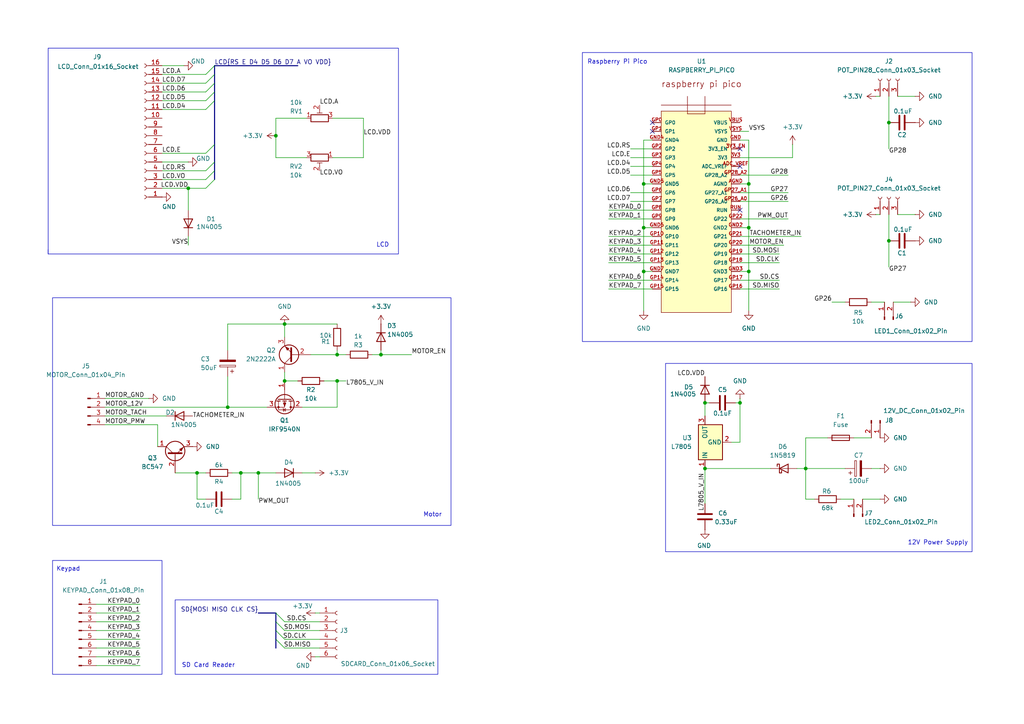
<source format=kicad_sch>
(kicad_sch (version 20231120) (generator "eeschema") (generator_version "8.0")
  (paper "A4")
  (title_block (title "spincoater") (date "2024-12-03") (rev "V1") (company "Waterloo Hacker Fab"))
  (lib_symbols
    (symbol "Connector:Conn_01x02_Pin" (pin_names (offset 1.016) hide)
      (property "Reference" "J" (at 0 2.54 0))
      (property "Value" "Conn_01x02_Pin" (at 0 -5.08 0))
      (symbol "Conn_01x02_Pin_1_1"
        (pin passive line (at 5.08 0 180) (length 3.81) (name "Pin_1") (number "1"))
        (pin passive line (at 5.08 -2.54 180) (length 3.81) (name "Pin_2") (number "2"))
      )
    )
    (symbol "Connector:Conn_01x03_Socket" (pin_names (offset 1.016) hide)
      (property "Reference" "J" (at 0 5.08 0))
      (property "Value" "Conn_01x03_Socket" (at 0 -5.08 0))
      (symbol "Conn_01x03_Socket_1_1"
        (pin passive line (at -5.08 2.54 0) (length 3.81) (name "Pin_1") (number "1"))
        (pin passive line (at -5.08 0 0) (length 3.81) (name "Pin_2") (number "2"))
        (pin passive line (at -5.08 -2.54 0) (length 3.81) (name "Pin_3") (number "3"))
      )
    )
    (symbol "Connector:Conn_01x04_Pin" (pin_names (offset 1.016) hide)
      (property "Reference" "J" (at 0 5.08 0))
      (property "Value" "Conn_01x04_Pin" (at 0 -7.62 0))
      (symbol "Conn_01x04_Pin_1_1"
        (pin passive line (at 5.08 2.54 180) (length 3.81) (name "Pin_1") (number "1"))
        (pin passive line (at 5.08 0 180) (length 3.81) (name "Pin_2") (number "2"))
        (pin passive line (at 5.08 -2.54 180) (length 3.81) (name "Pin_3") (number "3"))
        (pin passive line (at 5.08 -5.08 180) (length 3.81) (name "Pin_4") (number "4"))
      )
    )
    (symbol "Connector:Conn_01x06_Socket" (pin_names (offset 1.016) hide)
      (property "Reference" "J" (at 0 7.62 0))
      (property "Value" "Conn_01x06_Socket" (at 0 -10.16 0))
      (symbol "Conn_01x06_Socket_1_1"
        (pin passive line (at -5.08 5.08 0) (length 3.81) (name "Pin_1") (number "1"))
        (pin passive line (at -5.08 2.54 0) (length 3.81) (name "Pin_2") (number "2"))
        (pin passive line (at -5.08 0 0) (length 3.81) (name "Pin_3") (number "3"))
        (pin passive line (at -5.08 -2.54 0) (length 3.81) (name "Pin_4") (number "4"))
        (pin passive line (at -5.08 -5.08 0) (length 3.81) (name "Pin_5") (number "5"))
        (pin passive line (at -5.08 -7.62 0) (length 3.81) (name "Pin_6") (number "6"))
      )
    )
    (symbol "Connector:Conn_01x08_Pin" (pin_names (offset 1.016) hide)
      (property "Reference" "J" (at 0 10.16 0))
      (property "Value" "Conn_01x08_Pin" (at 0 -12.7 0))
      (symbol "Conn_01x08_Pin_1_1"
        (pin passive line (at 5.08 7.62 180) (length 3.81) (name "Pin_1") (number "1"))
        (pin passive line (at 5.08 5.08 180) (length 3.81) (name "Pin_2") (number "2"))
        (pin passive line (at 5.08 2.54 180) (length 3.81) (name "Pin_3") (number "3"))
        (pin passive line (at 5.08 0 180) (length 3.81) (name "Pin_4") (number "4"))
        (pin passive line (at 5.08 -2.54 180) (length 3.81) (name "Pin_5") (number "5"))
        (pin passive line (at 5.08 -5.08 180) (length 3.81) (name "Pin_6") (number "6"))
        (pin passive line (at 5.08 -7.62 180) (length 3.81) (name "Pin_7") (number "7"))
        (pin passive line (at 5.08 -10.16 180) (length 3.81) (name "Pin_8") (number "8"))
      )
    )
    (symbol "Connector:Conn_01x16_Socket" (pin_names (offset 1.016) hide)
      (property "Reference" "J" (at 0 20.32 0))
      (property "Value" "Conn_01x16_Socket" (at 0 -22.86 0))
      (symbol "Conn_01x16_Socket_1_1"
        (pin passive line (at -5.08 17.78 0) (length 3.81) (name "Pin_1") (number "1"))
        (pin passive line (at -5.08 -5.08 0) (length 3.81) (name "Pin_10") (number "10"))
        (pin passive line (at -5.08 -7.62 0) (length 3.81) (name "Pin_11") (number "11"))
        (pin passive line (at -5.08 -10.16 0) (length 3.81) (name "Pin_12") (number "12"))
        (pin passive line (at -5.08 -12.7 0) (length 3.81) (name "Pin_13") (number "13"))
        (pin passive line (at -5.08 -15.24 0) (length 3.81) (name "Pin_14") (number "14"))
        (pin passive line (at -5.08 -17.78 0) (length 3.81) (name "Pin_15") (number "15"))
        (pin passive line (at -5.08 -20.32 0) (length 3.81) (name "Pin_16") (number "16"))
        (pin passive line (at -5.08 15.24 0) (length 3.81) (name "Pin_2") (number "2"))
        (pin passive line (at -5.08 12.7 0) (length 3.81) (name "Pin_3") (number "3"))
        (pin passive line (at -5.08 10.16 0) (length 3.81) (name "Pin_4") (number "4"))
        (pin passive line (at -5.08 7.62 0) (length 3.81) (name "Pin_5") (number "5"))
        (pin passive line (at -5.08 5.08 0) (length 3.81) (name "Pin_6") (number "6"))
        (pin passive line (at -5.08 2.54 0) (length 3.81) (name "Pin_7") (number "7"))
        (pin passive line (at -5.08 0 0) (length 3.81) (name "Pin_8") (number "8"))
        (pin passive line (at -5.08 -2.54 0) (length 3.81) (name "Pin_9") (number "9"))
      )
    )
    (symbol "Device:C" (pin_numbers hide) (pin_names (offset 0.254))
      (property "Reference" "C" (at 0.635 2.54 0))
      (property "Value" "C" (at 0.635 -2.54 0))
      (symbol "C_1_1"
        (pin passive line (at 0 3.81 270) (length 2.794) (name "~") (number "1"))
        (pin passive line (at 0 -3.81 90) (length 2.794) (name "~") (number "2"))
      )
    )
    (symbol "Device:C_Polarized" (pin_numbers hide) (pin_names (offset 0.254))
      (property "Reference" "C" (at 0.635 2.54 0))
      (property "Value" "C_Polarized" (at 0.635 -2.54 0))
      (symbol "C_Polarized_1_1"
        (pin passive line (at 0 3.81 270) (length 2.794) (name "~") (number "1"))
        (pin passive line (at 0 -3.81 90) (length 2.794) (name "~") (number "2"))
      )
    )
    (symbol "Device:Fuse" (pin_numbers hide) (pin_names (offset 0))
      (property "Reference" "F" (at 2.032 0 90))
      (property "Value" "Fuse" (at -1.905 0 90))
      (symbol "Fuse_1_1"
        (pin passive line (at 0 3.81 270) (length 1.27) (name "~") (number "1"))
        (pin passive line (at 0 -3.81 90) (length 1.27) (name "~") (number "2"))
      )
    )
    (symbol "Device:R" (pin_numbers hide) (pin_names (offset 0))
      (property "Reference" "R" (at 2.032 0 90))
      (property "Value" "R" (at 0 0 90))
      (symbol "R_1_1"
        (pin passive line (at 0 3.81 270) (length 1.27) (name "~") (number "1"))
        (pin passive line (at 0 -3.81 90) (length 1.27) (name "~") (number "2"))
      )
    )
    (symbol "Device:R_Potentiometer_Trim" (pin_names (offset 1.016) hide)
      (property "Reference" "RV" (at -4.445 0 90))
      (property "Value" "R_Potentiometer_Trim" (at -2.54 0 90))
      (symbol "R_Potentiometer_Trim_1_1"
        (pin passive line (at 0 3.81 270) (length 1.27) (name "1") (number "1"))
        (pin passive line (at 3.81 0 180) (length 1.27) (name "2") (number "2"))
        (pin passive line (at 0 -3.81 90) (length 1.27) (name "3") (number "3"))
      )
    )
    (symbol "Diode:1N4005" (pin_numbers hide) (pin_names hide)
      (property "Reference" "D" (at 0 2.54 0))
      (property "Value" "1N4005" (at 0 -2.54 0))
      (symbol "1N4005_1_1"
        (pin passive line (at -3.81 0 0) (length 2.54) (name "K") (number "1"))
        (pin passive line (at 3.81 0 180) (length 2.54) (name "A") (number "2"))
      )
    )
    (symbol "Diode:1N5819" (pin_numbers hide) (pin_names (offset 1.016) hide)
      (property "Reference" "D" (at 0 2.54 0))
      (property "Value" "1N5819" (at 0 -2.54 0))
      (symbol "1N5819_1_1"
        (pin passive line (at -3.81 0 0) (length 2.54) (name "K") (number "1"))
        (pin passive line (at 3.81 0 180) (length 2.54) (name "A") (number "2"))
      )
    )
    (symbol "RPI_PICO:RASPBERRY_PI_PICO" (pin_names (offset 1.016))
      (property "Reference" "U" (at 0 0 0))
      (property "Value" "RASPBERRY_PI_PICO" (at 0 0 0))
      (symbol "RASPBERRY_PI_PICO_0_0"
        (text "raspberry pi pico" (at -7.62 30.48 0) (effects (font (size 1.778 1.778)) (justify left bottom)))
        (pin bidirectional line (at 15.24 10.16 180) (length 2.54) (name "3V3") (number "3V3"))
        (pin bidirectional line (at 15.24 12.7 180) (length 2.54) (name "3V3_EN") (number "3V3_EN"))
        (pin bidirectional line (at 15.24 7.62 180) (length 2.54) (name "ADC_VREF") (number "ADC_VREF"))
        (pin bidirectional line (at 15.24 2.54 180) (length 2.54) (name "AGND") (number "AGND"))
        (pin bidirectional line (at 15.24 15.24 180) (length 2.54) (name "GND") (number "GND"))
        (pin bidirectional line (at 15.24 -10.16 180) (length 2.54) (name "GND2") (number "GND2"))
        (pin bidirectional line (at 15.24 -22.86 180) (length 2.54) (name "GND3") (number "GND3"))
        (pin bidirectional line (at -10.16 15.24 0) (length 2.54) (name "GND4") (number "GND4"))
        (pin bidirectional line (at -10.16 2.54 0) (length 2.54) (name "GND5") (number "GND5"))
        (pin bidirectional line (at -10.16 -10.16 0) (length 2.54) (name "GND6") (number "GND6"))
        (pin bidirectional line (at -10.16 -22.86 0) (length 2.54) (name "GND7") (number "GND7"))
        (pin bidirectional line (at -10.16 20.32 0) (length 2.54) (name "GP0") (number "GP0"))
        (pin bidirectional line (at -10.16 17.78 0) (length 2.54) (name "GP1") (number "GP1"))
        (pin bidirectional line (at -10.16 -12.7 0) (length 2.54) (name "GP10") (number "GP10"))
        (pin bidirectional line (at -10.16 -15.24 0) (length 2.54) (name "GP11") (number "GP11"))
        (pin bidirectional line (at -10.16 -17.78 0) (length 2.54) (name "GP12") (number "GP12"))
        (pin bidirectional line (at -10.16 -20.32 0) (length 2.54) (name "GP13") (number "GP13"))
        (pin bidirectional line (at -10.16 -25.4 0) (length 2.54) (name "GP14") (number "GP14"))
        (pin bidirectional line (at -10.16 -27.94 0) (length 2.54) (name "GP15") (number "GP15"))
        (pin bidirectional line (at 15.24 -27.94 180) (length 2.54) (name "GP16") (number "GP16"))
        (pin bidirectional line (at 15.24 -25.4 180) (length 2.54) (name "GP17") (number "GP17"))
        (pin bidirectional line (at 15.24 -20.32 180) (length 2.54) (name "GP18") (number "GP18"))
        (pin bidirectional line (at 15.24 -17.78 180) (length 2.54) (name "GP19") (number "GP19"))
        (pin bidirectional line (at -10.16 12.7 0) (length 2.54) (name "GP2") (number "GP2"))
        (pin bidirectional line (at 15.24 -15.24 180) (length 2.54) (name "GP20") (number "GP20"))
        (pin bidirectional line (at 15.24 -12.7 180) (length 2.54) (name "GP21") (number "GP21"))
        (pin bidirectional line (at 15.24 -7.62 180) (length 2.54) (name "GP22") (number "GP22"))
        (pin bidirectional line (at 15.24 -2.54 180) (length 2.54) (name "GP26_A0") (number "GP26_A0"))
        (pin bidirectional line (at 15.24 0 180) (length 2.54) (name "GP27_A1") (number "GP27_A1"))
        (pin bidirectional line (at 15.24 5.08 180) (length 2.54) (name "GP28_A2") (number "GP28_A2"))
        (pin bidirectional line (at -10.16 10.16 0) (length 2.54) (name "GP3") (number "GP3"))
        (pin bidirectional line (at -10.16 7.62 0) (length 2.54) (name "GP4") (number "GP4"))
        (pin bidirectional line (at -10.16 5.08 0) (length 2.54) (name "GP5") (number "GP5"))
        (pin bidirectional line (at -10.16 0 0) (length 2.54) (name "GP6") (number "GP6"))
        (pin bidirectional line (at -10.16 -2.54 0) (length 2.54) (name "GP7") (number "GP7"))
        (pin bidirectional line (at -10.16 -5.08 0) (length 2.54) (name "GP8") (number "GP8"))
        (pin bidirectional line (at -10.16 -7.62 0) (length 2.54) (name "GP9") (number "GP9"))
        (pin bidirectional line (at 15.24 -5.08 180) (length 2.54) (name "RUN") (number "RUN"))
        (pin bidirectional line (at 15.24 20.32 180) (length 2.54) (name "VBUS") (number "VBUS"))
        (pin bidirectional line (at 15.24 17.78 180) (length 2.54) (name "VSYS") (number "VSYS"))
      )
    )
    (symbol "Regulator_Linear:L7805" (pin_names (offset 0.254))
      (property "Reference" "U" (at -3.81 3.175 0))
      (property "Value" "L7805" (at 0 3.175 0))
      (symbol "L7805_1_1"
        (pin power_in line (at -7.62 0 0) (length 2.54) (name "IN") (number "1"))
        (pin power_in line (at 0 -7.62 90) (length 2.54) (name "GND") (number "2"))
        (pin power_out line (at 7.62 0 180) (length 2.54) (name "OUT") (number "3"))
      )
    )
    (symbol "Transistor_BJT:BC547" (pin_names (offset 0) hide)
      (property "Reference" "Q" (at 5.08 1.905 0))
      (property "Value" "BC547" (at 5.08 0 0))
      (symbol "BC547_1_1"
        (pin passive line (at 2.54 5.08 270) (length 2.54) (name "C") (number "1"))
        (pin input line (at -5.08 0 0) (length 5.08) (name "B") (number "2"))
        (pin passive line (at 2.54 -5.08 90) (length 2.54) (name "E") (number "3"))
      )
    )
    (symbol "Transistor_FET:IRF9540N" (pin_names hide)
      (property "Reference" "Q" (at 5.08 1.905 0))
      (property "Value" "IRF9540N" (at 5.08 0 0))
      (symbol "IRF9540N_1_1"
        (pin input line (at -5.08 0 0) (length 2.54) (name "G") (number "1"))
        (pin passive line (at 2.54 5.08 270) (length 2.54) (name "D") (number "2"))
        (pin passive line (at 2.54 -5.08 90) (length 2.54) (name "S") (number "3"))
      )
    )
    (symbol "power:+3.3V" (power) (pin_numbers hide) (pin_names (offset 0) hide)
      (property "Value" "+3.3V" (at 0 3.556 0))
      (symbol "+3.3V_1_1"
        (pin power_in line (at 0 0 90) (length 0) (name "~") (number "1"))
      )
    )
    (symbol "power:GND" (power) (pin_numbers hide) (pin_names (offset 0) hide)
      (property "Value" "GND" (at 0 -3.81 0))
      (symbol "GND_1_1"
        (pin power_in line (at 0 0 270) (length 0) (name "~") (number "1"))
      )
    )
  )
  (junction (at 110.49 102.87))
  (junction (at 214.63 116.84))
  (junction (at 186.69 53.34))
  (junction (at 82.55 93.98))
  (junction (at 66.04 118.11))
  (junction (at 82.55 110.49))
  (junction (at 217.17 53.34))
  (junction (at 233.68 135.89))
  (junction (at 74.93 137.16))
  (junction (at 54.61 54.61))
  (junction (at 57.15 137.16))
  (junction (at 80.01 39.37))
  (junction (at 186.69 78.74))
  (junction (at 257.81 69.85))
  (junction (at 97.79 102.87))
  (junction (at 186.69 66.04))
  (junction (at 97.79 110.49))
  (junction (at 257.81 35.56))
  (junction (at 204.47 116.84))
  (junction (at 217.17 66.04))
  (junction (at 217.17 78.74))
  (junction (at 204.47 135.89))
  (junction (at 69.85 137.16))
  (no_connect (at 214.63 43.18))
  (no_connect (at 189.23 35.56))
  (no_connect (at 189.23 38.1))
  (no_connect (at 214.63 60.96))
  (no_connect (at 214.63 48.26))
  (bus_entry (at 80.01 185.42) (size 2.54 2.54))
  (bus_entry (at 80.01 177.8) (size 2.54 2.54))
  (bus_entry (at 62.23 29.21) (size -2.54 2.54))
  (bus_entry (at 62.23 26.67) (size -2.54 2.54))
  (bus_entry (at 62.23 21.59) (size -2.54 2.54))
  (bus_entry (at 62.23 52.07) (size -2.54 2.54))
  (bus_entry (at 62.23 41.91) (size -2.54 2.54))
  (bus_entry (at 62.23 46.99) (size -2.54 2.54))
  (bus_entry (at 80.01 182.88) (size 2.54 2.54))
  (bus_entry (at 62.23 19.05) (size -2.54 2.54))
  (bus_entry (at 62.23 49.53) (size -2.54 2.54))
  (bus_entry (at 62.23 24.13) (size -2.54 2.54))
  (bus_entry (at 80.01 180.34) (size 2.54 2.54))
  (wire (pts (xy 257.81 62.23) (xy 257.81 69.85)))
  (wire (pts (xy 214.63 83.82) (xy 226.06 83.82)))
  (wire (pts (xy 214.63 116.84) (xy 214.63 128.27)))
  (wire (pts (xy 182.88 48.26) (xy 189.23 48.26)))
  (wire (pts (xy 105.41 34.29) (xy 105.41 45.72)))
  (wire (pts (xy 182.88 45.72) (xy 189.23 45.72)))
  (wire (pts (xy 254 62.23) (xy 255.27 62.23)))
  (bus (pts (xy 80.01 180.34) (xy 80.01 177.8)))
  (wire (pts (xy 260.35 27.94) (xy 265.43 27.94)))
  (wire (pts (xy 257.81 27.94) (xy 257.81 35.56)))
  (wire (pts (xy 110.49 101.6) (xy 110.49 102.87)))
  (wire (pts (xy 30.48 115.57) (xy 43.18 115.57)))
  (wire (pts (xy 57.15 137.16) (xy 57.15 144.78)))
  (wire (pts (xy 214.63 63.5) (xy 228.6 63.5)))
  (wire (pts (xy 97.79 102.87) (xy 90.17 102.87)))
  (wire (pts (xy 217.17 78.74) (xy 217.17 66.04)))
  (wire (pts (xy 82.55 97.79) (xy 82.55 93.98)))
  (wire (pts (xy 214.63 45.72) (xy 229.87 45.72)))
  (wire (pts (xy 182.88 55.88) (xy 189.23 55.88)))
  (wire (pts (xy 54.61 54.61) (xy 59.69 54.61)))
  (wire (pts (xy 228.6 55.88) (xy 214.63 55.88)))
  (wire (pts (xy 74.93 137.16) (xy 74.93 144.78)))
  (wire (pts (xy 40.64 180.34) (xy 27.94 180.34)))
  (wire (pts (xy 30.48 123.19) (xy 45.72 123.19)))
  (wire (pts (xy 233.68 144.78) (xy 233.68 135.89)))
  (wire (pts (xy 214.63 38.1) (xy 217.17 38.1)))
  (wire (pts (xy 92.71 177.8) (xy 91.44 177.8)))
  (wire (pts (xy 214.63 115.57) (xy 214.63 116.84)))
  (wire (pts (xy 229.87 41.91) (xy 229.87 45.72)))
  (wire (pts (xy 46.99 26.67) (xy 59.69 26.67)))
  (bus (pts (xy 80.01 182.88) (xy 80.01 180.34)))
  (wire (pts (xy 186.69 66.04) (xy 186.69 78.74)))
  (wire (pts (xy 186.69 40.64) (xy 186.69 53.34)))
  (wire (pts (xy 228.6 50.8) (xy 214.63 50.8)))
  (wire (pts (xy 212.09 128.27) (xy 214.63 128.27)))
  (wire (pts (xy 69.85 137.16) (xy 74.93 137.16)))
  (wire (pts (xy 186.69 78.74) (xy 189.23 78.74)))
  (wire (pts (xy 241.3 87.63) (xy 245.11 87.63)))
  (wire (pts (xy 259.08 87.63) (xy 264.16 87.63)))
  (wire (pts (xy 257.81 35.56) (xy 257.81 43.18)))
  (wire (pts (xy 176.53 83.82) (xy 189.23 83.82)))
  (wire (pts (xy 82.55 93.98) (xy 97.79 93.98)))
  (wire (pts (xy 97.79 101.6) (xy 97.79 102.87)))
  (wire (pts (xy 260.35 62.23) (xy 265.43 62.23)))
  (wire (pts (xy 250.19 144.78) (xy 255.27 144.78)))
  (wire (pts (xy 186.69 53.34) (xy 189.23 53.34)))
  (wire (pts (xy 233.68 135.89) (xy 233.68 127)))
  (wire (pts (xy 231.14 135.89) (xy 233.68 135.89)))
  (wire (pts (xy 176.53 63.5) (xy 189.23 63.5)))
  (wire (pts (xy 204.47 135.89) (xy 223.52 135.89)))
  (wire (pts (xy 45.72 123.19) (xy 45.72 129.54)))
  (bus (pts (xy 62.23 24.13) (xy 62.23 26.67)))
  (bus (pts (xy 80.01 185.42) (xy 80.01 187.96)))
  (wire (pts (xy 46.99 49.53) (xy 59.69 49.53)))
  (bus (pts (xy 62.23 21.59) (xy 62.23 24.13)))
  (wire (pts (xy 82.55 182.88) (xy 92.71 182.88)))
  (wire (pts (xy 67.31 144.78) (xy 69.85 144.78)))
  (wire (pts (xy 176.53 71.12) (xy 189.23 71.12)))
  (wire (pts (xy 176.53 68.58) (xy 189.23 68.58)))
  (wire (pts (xy 97.79 118.11) (xy 87.63 118.11)))
  (wire (pts (xy 176.53 73.66) (xy 189.23 73.66)))
  (wire (pts (xy 40.64 187.96) (xy 27.94 187.96)))
  (wire (pts (xy 217.17 66.04) (xy 217.17 53.34)))
  (wire (pts (xy 66.04 93.98) (xy 82.55 93.98)))
  (wire (pts (xy 59.69 144.78) (xy 57.15 144.78)))
  (wire (pts (xy 204.47 135.89) (xy 204.47 146.05)))
  (wire (pts (xy 66.04 109.22) (xy 66.04 118.11)))
  (wire (pts (xy 233.68 127) (xy 240.03 127)))
  (wire (pts (xy 214.63 68.58) (xy 232.41 68.58)))
  (wire (pts (xy 217.17 53.34) (xy 217.17 40.64)))
  (wire (pts (xy 53.34 19.05) (xy 46.99 19.05)))
  (wire (pts (xy 214.63 58.42) (xy 228.6 58.42)))
  (wire (pts (xy 186.69 53.34) (xy 186.69 66.04)))
  (wire (pts (xy 96.52 34.29) (xy 105.41 34.29)))
  (wire (pts (xy 27.94 177.8) (xy 40.64 177.8)))
  (wire (pts (xy 93.98 110.49) (xy 97.79 110.49)))
  (wire (pts (xy 40.64 193.04) (xy 27.94 193.04)))
  (wire (pts (xy 186.69 78.74) (xy 186.69 90.17)))
  (wire (pts (xy 80.01 45.72) (xy 88.9 45.72)))
  (wire (pts (xy 107.95 102.87) (xy 110.49 102.87)))
  (wire (pts (xy 252.73 127) (xy 247.65 127)))
  (wire (pts (xy 80.01 34.29) (xy 80.01 39.37)))
  (bus (pts (xy 62.23 19.05) (xy 62.23 21.59)))
  (wire (pts (xy 46.99 29.21) (xy 59.69 29.21)))
  (wire (pts (xy 57.15 137.16) (xy 59.69 137.16)))
  (bus (pts (xy 62.23 29.21) (xy 62.23 41.91)))
  (wire (pts (xy 97.79 110.49) (xy 97.79 118.11)))
  (wire (pts (xy 30.48 118.11) (xy 66.04 118.11)))
  (wire (pts (xy 252.73 135.89) (xy 255.27 135.89)))
  (bus (pts (xy 62.23 49.53) (xy 62.23 52.07)))
  (wire (pts (xy 82.55 187.96) (xy 92.71 187.96)))
  (wire (pts (xy 40.64 185.42) (xy 27.94 185.42)))
  (wire (pts (xy 214.63 116.84) (xy 213.36 116.84)))
  (wire (pts (xy 176.53 76.2) (xy 189.23 76.2)))
  (wire (pts (xy 46.99 31.75) (xy 59.69 31.75)))
  (wire (pts (xy 97.79 102.87) (xy 100.33 102.87)))
  (wire (pts (xy 176.53 60.96) (xy 189.23 60.96)))
  (wire (pts (xy 214.63 81.28) (xy 226.06 81.28)))
  (wire (pts (xy 236.22 144.78) (xy 233.68 144.78)))
  (wire (pts (xy 214.63 76.2) (xy 226.06 76.2)))
  (wire (pts (xy 182.88 50.8) (xy 189.23 50.8)))
  (wire (pts (xy 88.9 34.29) (xy 80.01 34.29)))
  (wire (pts (xy 40.64 175.26) (xy 27.94 175.26)))
  (wire (pts (xy 82.55 185.42) (xy 92.71 185.42)))
  (wire (pts (xy 91.44 137.16) (xy 87.63 137.16)))
  (wire (pts (xy 243.84 144.78) (xy 247.65 144.78)))
  (wire (pts (xy 252.73 87.63) (xy 256.54 87.63)))
  (wire (pts (xy 54.61 60.96) (xy 54.61 54.61)))
  (wire (pts (xy 40.64 190.5) (xy 27.94 190.5)))
  (bus (pts (xy 62.23 46.99) (xy 62.23 49.53)))
  (wire (pts (xy 257.81 69.85) (xy 257.81 77.47)))
  (wire (pts (xy 217.17 90.17) (xy 217.17 78.74)))
  (wire (pts (xy 46.99 44.45) (xy 59.69 44.45)))
  (bus (pts (xy 62.23 26.67) (xy 62.23 29.21)))
  (wire (pts (xy 217.17 66.04) (xy 214.63 66.04)))
  (wire (pts (xy 82.55 110.49) (xy 86.36 110.49)))
  (wire (pts (xy 217.17 40.64) (xy 214.63 40.64)))
  (wire (pts (xy 50.8 137.16) (xy 57.15 137.16)))
  (wire (pts (xy 214.63 71.12) (xy 227.33 71.12)))
  (wire (pts (xy 204.47 116.84) (xy 205.74 116.84)))
  (bus (pts (xy 74.93 177.8) (xy 80.01 177.8)))
  (bus (pts (xy 80.01 182.88) (xy 80.01 185.42)))
  (wire (pts (xy 46.99 21.59) (xy 59.69 21.59)))
  (wire (pts (xy 204.47 120.65) (xy 204.47 116.84)))
  (wire (pts (xy 69.85 144.78) (xy 69.85 137.16)))
  (wire (pts (xy 46.99 24.13) (xy 59.69 24.13)))
  (wire (pts (xy 186.69 66.04) (xy 189.23 66.04)))
  (wire (pts (xy 66.04 118.11) (xy 77.47 118.11)))
  (wire (pts (xy 67.31 137.16) (xy 69.85 137.16)))
  (wire (pts (xy 217.17 53.34) (xy 214.63 53.34)))
  (wire (pts (xy 110.49 102.87) (xy 119.38 102.87)))
  (wire (pts (xy 97.79 110.49) (xy 100.33 110.49)))
  (wire (pts (xy 186.69 40.64) (xy 189.23 40.64)))
  (wire (pts (xy 80.01 39.37) (xy 80.01 45.72)))
  (wire (pts (xy 82.55 180.34) (xy 92.71 180.34)))
  (wire (pts (xy 182.88 43.18) (xy 189.23 43.18)))
  (wire (pts (xy 40.64 182.88) (xy 27.94 182.88)))
  (wire (pts (xy 82.55 107.95) (xy 82.55 110.49)))
  (wire (pts (xy 66.04 101.6) (xy 66.04 93.98)))
  (bus (pts (xy 62.23 19.05) (xy 86.36 19.05)))
  (wire (pts (xy 182.88 58.42) (xy 189.23 58.42)))
  (wire (pts (xy 46.99 54.61) (xy 54.61 54.61)))
  (wire (pts (xy 91.44 190.5) (xy 92.71 190.5)))
  (wire (pts (xy 54.61 71.12) (xy 54.61 68.58)))
  (wire (pts (xy 30.48 120.65) (xy 48.26 120.65)))
  (wire (pts (xy 74.93 137.16) (xy 80.01 137.16)))
  (wire (pts (xy 96.52 45.72) (xy 105.41 45.72)))
  (wire (pts (xy 233.68 135.89) (xy 245.11 135.89)))
  (wire (pts (xy 46.99 52.07) (xy 59.69 52.07)))
  (wire (pts (xy 254 27.94) (xy 255.27 27.94)))
  (wire (pts (xy 176.53 81.28) (xy 189.23 81.28)))
  (wire (pts (xy 217.17 78.74) (xy 214.63 78.74)))
  (wire (pts (xy 54.61 46.99) (xy 46.99 46.99)))
  (wire (pts (xy 214.63 73.66) (xy 226.06 73.66)))
  (bus (pts (xy 62.23 41.91) (xy 62.23 46.99)))
  (rectangle (start 193.04 105.41) (end 281.94 160.02))
  (rectangle (start 50.8 173.99) (end 127 195.58))
  (rectangle (start 13.97 73.66) (end 13.97 72.39))
  (rectangle (start 168.91 15.24) (end 281.94 99.06))
  (rectangle (start 13.97 13.97) (end 115.57 73.66))
  (rectangle (start 15.24 86.36) (end 130.81 152.4))
  (rectangle (start 15.24 162.56) (end 46.99 195.58))
  (text "Keypad" (at 19.812 165.1 0) (effects (font (size 1.27 1.27))))
  (text "SD Card Reader" (at 60.452 193.04 0) (effects (font (size 1.27 1.27))))
  (text "Motor" (at 125.476 149.352 0) (effects (font (size 1.27 1.27))))
  (text "LCD" (at 110.998 71.12 0) (effects (font (size 1.27 1.27))))
  (text "12V Power Supply" (at 272.034 157.48 0) (effects (font (size 1.27 1.27))))
  (text "Raspberry Pi Pico" (at 179.07 18.034 0) (effects (font (size 1.27 1.27))))
  (label "KEYPAD_5" (at 176.53 76.2 0))
  (label "KEYPAD_7" (at 40.64 193.04 180))
  (label "LCD.D7" (at 46.99 24.13 0))
  (label "LCD.RS" (at 46.99 49.53 0))
  (label "MOTOR_PMW" (at 30.48 123.19 0))
  (label "SD.MOSI" (at 226.06 73.66 180))
  (label "SD.CLK" (at 88.9 185.42 180))
  (label "KEYPAD_6" (at 40.64 190.5 180))
  (label "KEYPAD_6" (at 176.53 81.28 0))
  (label "VSYS" (at 54.61 71.12 180))
  (label "KEYPAD_7" (at 176.53 83.82 0))
  (label "MOTOR_GND" (at 30.48 115.57 0))
  (label "KEYPAD_3" (at 40.64 182.88 180))
  (label "KEYPAD_4" (at 40.64 185.42 180))
  (label "MOTOR_EN" (at 227.33 71.12 180))
  (label "TACHOMETER_IN" (at 55.88 120.65 0))
  (label "VSYS" (at 217.17 38.1 0))
  (label "KEYPAD_0" (at 176.53 60.96 0))
  (label "LCD.RS" (at 182.88 43.18 180))
  (label "LCD.D6" (at 46.99 26.67 0))
  (label "GP27" (at 228.6 55.88 180))
  (label "KEYPAD_4" (at 176.53 73.66 0))
  (label "LCD.VDD" (at 54.61 54.61 180))
  (label "PWM_OUT" (at 74.93 144.78 0))
  (label "LCD{RS E D4 D5 D6 D7 A VO VDD}" (at 62.23 19.05 0))
  (label "LCD.A" (at 92.71 30.48 0))
  (label "LCD.VDD" (at 105.41 39.37 0))
  (label "KEYPAD_2" (at 176.53 68.58 0))
  (label "KEYPAD_3" (at 176.53 71.12 0))
  (label "SD{MOSI MISO CLK CS}" (at 74.93 177.8 180))
  (label "LCD.D5" (at 182.88 50.8 180))
  (label "LCD.D7" (at 182.88 58.42 180))
  (label "MOTOR_EN" (at 119.38 102.87 0))
  (label "KEYPAD_5" (at 40.64 187.96 180))
  (label "GP28" (at 228.6 50.8 180))
  (label "MOTOR_TACH" (at 30.48 120.65 0))
  (label "L7805_V_IN" (at 100.33 110.49 0))
  (label "GP27" (at 257.81 77.47 0))
  (label "SD.MOSI" (at 90.17 182.88 180))
  (label "GP26" (at 241.3 87.63 180))
  (label "KEYPAD_2" (at 40.64 180.34 180))
  (label "LCD.VDD" (at 204.47 109.22 180))
  (label "LCD.D4" (at 182.88 48.26 180))
  (label "GP28" (at 257.81 43.18 0))
  (label "SD.MISO" (at 226.06 83.82 180))
  (label "KEYPAD_1" (at 176.53 63.5 0))
  (label "SD.MISO" (at 90.17 187.96 180))
  (label "KEYPAD_0" (at 40.64 175.26 180))
  (label "TACHOMETER_IN" (at 232.41 68.58 180))
  (label "L7805_V_IN" (at 204.47 137.16 270))
  (label "MOTOR_12V" (at 30.48 118.11 0))
  (label "LCD.E" (at 46.99 44.45 0))
  (label "LCD.D4" (at 46.99 31.75 0))
  (label "PWM_OUT" (at 228.6 63.5 180))
  (label "SD.CS" (at 88.9 180.34 180))
  (label "LCD.E" (at 182.88 45.72 180))
  (label "LCD.D6" (at 182.88 55.88 180))
  (label "LCD.VO" (at 92.71 49.53 0))
  (label "SD.CS" (at 226.06 81.28 180))
  (label "GP26" (at 228.6 58.42 180))
  (label "SD.CLK" (at 226.06 76.2 180))
  (label "KEYPAD_1" (at 40.64 177.8 180))
  (label "LCD.A" (at 46.99 21.59 0))
  (label "LCD.VO" (at 46.99 52.07 0))
  (label "LCD.D5" (at 46.99 29.21 0))
  (symbol (lib_id "Device:C_Polarized") (at 248.92 135.89 90) (unit 1)
    (property "Reference" "C7" (at 247.65 132.08 90) (effects (justify right)))
    (property "Value" "100uF" (at 246.126 139.446 90) (effects (justify right)))
    (property "Footprint" "Capacitor_THT:CP_Radial_D13.0mm_P5.00mm" (effects (hide yes)))
    (property "Description" "Polarized capacitor" (effects (hide yes)))
  )
  (symbol (lib_id "Device:Fuse") (at 243.84 127 90) (unit 1)
    (property "Reference" "F1" (at 243.84 120.65 90))
    (property "Value" "Fuse" (at 243.84 123.19 90))
    (property "Footprint" "Fuse:Fuseholder_Keystone_3555-2" (effects (hide yes)))
    (property "Description" "Fuse" (effects (hide yes)))
  )
  (symbol (lib_id "power:GND") (at 91.44 190.5 270) (unit 1)
    (property "Reference" "#PWR010" (effects (hide yes)))
    (property "Value" "GND" (at 89.916 193.04 90) (effects (justify right)))
    (property "Description" "Power symbol creates a global label with name \"GND\" , ground" (effects (hide yes)))
  )
  (symbol (lib_id "Device:R") (at 90.17 110.49 90) (unit 1)
    (property "Reference" "R2" (at 90.17 113.03 90))
    (property "Value" "10k" (at 90.17 115.57 90))
    (property "Footprint" "Resistor_SMD:R_0603_1608Metric_Pad0.98x0.95mm_HandSolder" (effects (hide yes)))
    (property "Description" "Resistor" (effects (hide yes)))
  )
  (symbol (lib_id "Device:R") (at 240.03 144.78 90) (unit 1)
    (property "Reference" "R6" (at 239.776 142.494 90))
    (property "Value" "68k" (at 240.03 147.32 90))
    (property "Footprint" "Resistor_SMD:R_0603_1608Metric_Pad0.98x0.95mm_HandSolder" (effects (hide yes)))
    (property "Description" "Resistor" (effects (hide yes)))
  )
  (symbol (lib_id "power:GND") (at 255.27 127 90) (unit 1)
    (property "Reference" "#PWR026" (effects (hide yes)))
    (property "Value" "GND" (at 259.08 126.9999 90) (effects (justify right)))
    (property "Description" "Power symbol creates a global label with name \"GND\" , ground" (effects (hide yes)))
  )
  (symbol (lib_id "Device:C") (at 261.62 35.56 90) (unit 1)
    (property "Reference" "C2" (at 261.62 39.116 90))
    (property "Value" "0.1uF" (at 261.874 32.258 90))
    (property "Footprint" "Capacitor_SMD:C_0603_1608Metric_Pad1.08x0.95mm_HandSolder" (effects (hide yes)))
    (property "Description" "Unpolarized capacitor" (effects (hide yes)))
  )
  (symbol (lib_id "power:+3.3V") (at 254 62.23 90) (unit 1)
    (property "Reference" "#PWR04" (effects (hide yes)))
    (property "Value" "+3.3V" (at 250.19 62.2299 90) (effects (justify left)))
    (property "Description" "Power symbol creates a global label with name \"+3.3V\"" (effects (hide yes)))
  )
  (symbol (lib_id "power:GND") (at 54.61 46.99 90) (unit 1)
    (property "Reference" "#PWR06" (effects (hide yes)))
    (property "Value" "GND" (at 56.896 45.974 90) (effects (justify right)))
    (property "Description" "Power symbol creates a global label with name \"GND\" , ground" (effects (hide yes)))
  )
  (symbol (lib_id "power:+3.3V") (at 80.01 39.37 90) (unit 1)
    (property "Reference" "#PWR03" (effects (hide yes)))
    (property "Value" "+3.3V" (at 76.2 39.3699 90) (effects (justify left)))
    (property "Description" "Power symbol creates a global label with name \"+3.3V\"" (effects (hide yes)))
  )
  (symbol (lib_id "power:GND") (at 264.16 87.63 90) (unit 1)
    (property "Reference" "#PWR021" (effects (hide yes)))
    (property "Value" "GND" (at 267.97 87.6299 90) (effects (justify right)))
    (property "Description" "Power symbol creates a global label with name \"GND\" , ground" (effects (hide yes)))
  )
  (symbol (lib_id "Connector:Conn_01x03_Socket") (at 257.81 22.86 90) (unit 1)
    (property "Reference" "J2" (at 257.81 17.78 90))
    (property "Value" "POT_PIN28_Conn_01x03_Socket" (at 257.81 20.32 90))
    (property "Footprint" "Connector_PinSocket_2.54mm:PinSocket_1x03_P2.54mm_Vertical" (effects (hide yes)))
    (property "Description" "Generic connector, single row, 01x03, script generated" (effects (hide yes)))
  )
  (symbol (lib_id "Connector:Conn_01x03_Socket") (at 257.81 57.15 90) (unit 1)
    (property "Reference" "J4" (at 257.81 52.07 90))
    (property "Value" "POT_PIN27_Conn_01x03_Socket" (at 257.81 54.61 90))
    (property "Footprint" "Connector_PinSocket_2.54mm:PinSocket_1x03_P2.54mm_Vertical" (effects (hide yes)))
    (property "Description" "Generic connector, single row, 01x03, script generated" (effects (hide yes)))
  )
  (symbol (lib_id "power:GND") (at 46.99 57.15 90) (unit 1)
    (property "Reference" "#PWR05" (effects (hide yes)))
    (property "Value" "GND" (at 46.99 59.944 90) (effects (justify right)))
    (property "Description" "Power symbol creates a global label with name \"GND\" , ground" (effects (hide yes)))
  )
  (symbol (lib_id "power:GND") (at 265.43 35.56 90) (unit 1)
    (property "Reference" "#PWR015" (effects (hide yes)))
    (property "Value" "GND" (at 269.24 35.5599 90) (effects (justify right)))
    (property "Description" "Power symbol creates a global label with name \"GND\" , ground" (effects (hide yes)))
  )
  (symbol (lib_id "Device:R") (at 248.92 87.63 90) (unit 1)
    (property "Reference" "R5" (at 248.92 90.678 90))
    (property "Value" "10k" (at 248.92 93.218 90))
    (property "Footprint" "Resistor_SMD:R_0603_1608Metric_Pad0.98x0.95mm_HandSolder" (effects (hide yes)))
    (property "Description" "Resistor" (effects (hide yes)))
  )
  (symbol (lib_id "power:GND") (at 265.43 27.94 90) (unit 1)
    (property "Reference" "#PWR013" (effects (hide yes)))
    (property "Value" "GND" (at 269.24 27.9399 90) (effects (justify right)))
    (property "Description" "Power symbol creates a global label with name \"GND\" , ground" (effects (hide yes)))
  )
  (symbol (lib_id "power:GND") (at 255.27 144.78 90) (unit 1)
    (property "Reference" "#PWR025" (effects (hide yes)))
    (property "Value" "GND" (at 259.08 144.7799 90) (effects (justify right)))
    (property "Description" "Power symbol creates a global label with name \"GND\" , ground" (effects (hide yes)))
  )
  (symbol (lib_id "Device:C_Polarized") (at 66.04 105.41 180) (unit 1)
    (property "Reference" "C3" (at 58.166 104.14 0) (effects (justify right)))
    (property "Value" "50uF" (at 58.166 106.68 0) (effects (justify right)))
    (property "Footprint" "Capacitor_THT:CP_Radial_D13.0mm_P5.00mm" (effects (hide yes)))
    (property "Description" "Polarized capacitor" (effects (hide yes)))
  )
  (symbol (lib_id "Device:R_Potentiometer_Trim") (at 92.71 34.29 90) (unit 1)
    (property "Reference" "RV1" (at 84.074 32.258 90) (effects (justify right)))
    (property "Value" "10k" (at 84.074 29.718 90) (effects (justify right)))
    (property "Footprint" "Potentiometer_THT:Potentiometer_Runtron_RM-065_Vertical" (effects (hide yes)))
    (property "Description" "Trim-potentiometer" (effects (hide yes)))
  )
  (symbol (lib_id "Regulator_Linear:L7805") (at 204.47 128.27 90) (unit 1)
    (property "Reference" "U3" (at 200.66 126.9999 90) (effects (justify left)))
    (property "Value" "L7805" (at 200.66 129.5399 90) (effects (justify left)))
    (property "Footprint" "Package_TO_SOT_THT:TO-220-3_Vertical" (effects (hide yes)))
    (property "Datasheet" "http://www.st.com/content/ccc/resource/technical/document/datasheet/41/4f/b3/b0/12/d4/47/88/CD00000444.pdf/files/CD00000444.pdf/jcr:content/translations/en.CD00000444.pdf" (effects (hide yes)))
    (property "Description" "Positive 1.5A 35V Linear Regulator, Fixed Output 5V, TO-220/TO-263/TO-252" (effects (hide yes)))
  )
  (symbol (lib_id "power:GND") (at 55.88 129.54 90) (unit 1)
    (property "Reference" "#PWR019" (effects (hide yes)))
    (property "Value" "GND" (at 59.69 129.5399 90) (effects (justify right)))
    (property "Description" "Power symbol creates a global label with name \"GND\" , ground" (effects (hide yes)))
  )
  (symbol (lib_id "Device:R") (at 63.5 137.16 90) (unit 1)
    (property "Reference" "R4" (at 63.5 139.7 90))
    (property "Value" "6k" (at 63.5 134.874 90))
    (property "Footprint" "Resistor_SMD:R_0603_1608Metric_Pad0.98x0.95mm_HandSolder" (effects (hide yes)))
    (property "Description" "Resistor" (effects (hide yes)))
  )
  (symbol (lib_id "Diode:1N4005") (at 83.82 137.16 180) (unit 1)
    (property "Reference" "D4" (at 85.09 134.112 0) (effects (justify left)))
    (property "Value" "1N4005" (at 87.376 140.208 0) (effects (justify left)))
    (property "Footprint" "Diode_THT:D_DO-41_SOD81_P10.16mm_Horizontal" (effects (hide yes)))
    (property "Datasheet" "http://www.vishay.com/docs/88503/1n4001.pdf" (effects (hide yes)))
    (property "Description" "600V 1A General Purpose Rectifier Diode, DO-41" (effects (hide yes)))
    (property "Sim.Device" "D" (effects (hide yes)))
    (property "Sim.Pins" "1=K 2=A" (effects (hide yes)))
  )
  (symbol (lib_id "Diode:1N5819") (at 227.33 135.89 0) (unit 1)
    (property "Reference" "D6" (at 227.0125 129.54 0))
    (property "Value" "1N5819" (at 227.0125 132.08 0))
    (property "Footprint" "Diode_THT:D_DO-41_SOD81_P10.16mm_Horizontal" (effects (hide yes)))
    (property "Datasheet" "http://www.vishay.com/docs/88525/1n5817.pdf" (effects (hide yes)))
    (property "Description" "40V 1A Schottky Barrier Rectifier Diode, DO-41" (effects (hide yes)))
  )
  (symbol (lib_id "Diode:1N4005") (at 52.07 120.65 0) (unit 1)
    (property "Reference" "D2" (at 48.006 119.634 0) (effects (justify left)))
    (property "Value" "1N4005" (at 49.53 123.19 0) (effects (justify left)))
    (property "Footprint" "Diode_THT:D_DO-41_SOD81_P10.16mm_Horizontal" (effects (hide yes)))
    (property "Datasheet" "http://www.vishay.com/docs/88503/1n4001.pdf" (effects (hide yes)))
    (property "Description" "600V 1A General Purpose Rectifier Diode, DO-41" (effects (hide yes)))
    (property "Sim.Device" "D" (effects (hide yes)))
    (property "Sim.Pins" "1=K 2=A" (effects (hide yes)))
  )
  (symbol (lib_id "power:GND") (at 214.63 115.57 180) (unit 1)
    (property "Reference" "#PWR022" (effects (hide yes)))
    (property "Value" "GND" (at 214.63 110.49 0))
    (property "Description" "Power symbol creates a global label with name \"GND\" , ground" (effects (hide yes)))
  )
  (symbol (lib_id "power:GND") (at 43.18 115.57 90) (unit 1)
    (property "Reference" "#PWR016" (effects (hide yes)))
    (property "Value" "GND" (at 46.99 115.5699 90) (effects (justify right)))
    (property "Description" "Power symbol creates a global label with name \"GND\" , ground" (effects (hide yes)))
  )
  (symbol (lib_id "Device:R_Potentiometer_Trim") (at 92.71 45.72 270) (unit 1)
    (property "Reference" "RV2" (at 85.852 48.26 90))
    (property "Value" "10k" (at 85.852 50.8 90))
    (property "Footprint" "Potentiometer_THT:Potentiometer_Runtron_RM-065_Vertical" (effects (hide yes)))
    (property "Description" "Trim-potentiometer" (effects (hide yes)))
  )
  (symbol (lib_id "Device:R") (at 104.14 102.87 90) (unit 1)
    (property "Reference" "R3" (at 103.886 100.076 90))
    (property "Value" "1k" (at 103.886 97.536 90))
    (property "Footprint" "Resistor_SMD:R_0603_1608Metric_Pad0.98x0.95mm_HandSolder" (effects (hide yes)))
    (property "Description" "Resistor" (effects (hide yes)))
  )
  (symbol (lib_id "power:+3.3V") (at 91.44 177.8 90) (unit 1)
    (property "Reference" "#PWR08" (effects (hide yes)))
    (property "Value" "+3.3V" (at 90.678 175.768 90) (effects (justify left)))
    (property "Description" "Power symbol creates a global label with name \"+3.3V\"" (effects (hide yes)))
  )
  (symbol (lib_id "power:+3.3V") (at 254 27.94 90) (unit 1)
    (property "Reference" "#PWR012" (effects (hide yes)))
    (property "Value" "+3.3V" (at 250.19 27.9399 90) (effects (justify left)))
    (property "Description" "Power symbol creates a global label with name \"+3.3V\"" (effects (hide yes)))
  )
  (symbol (lib_id "power:GND") (at 82.55 93.98 180) (unit 1)
    (property "Reference" "#PWR018" (effects (hide yes)))
    (property "Value" "GND" (at 82.55 88.9 0))
    (property "Description" "Power symbol creates a global label with name \"GND\" , ground" (effects (hide yes)))
  )
  (symbol (lib_id "power:GND") (at 265.43 69.85 90) (unit 1)
    (property "Reference" "#PWR014" (effects (hide yes)))
    (property "Value" "GND" (at 269.24 69.8499 90) (effects (justify right)))
    (property "Description" "Power symbol creates a global label with name \"GND\" , ground" (effects (hide yes)))
  )
  (symbol (lib_id "power:GND") (at 53.34 19.05 90) (unit 1)
    (property "Reference" "#PWR07" (effects (hide yes)))
    (property "Value" "GND" (at 55.372 17.78 90) (effects (justify right)))
    (property "Description" "Power symbol creates a global label with name \"GND\" , ground" (effects (hide yes)))
  )
  (symbol (lib_id "power:+3.3V") (at 110.49 93.98 0) (unit 1)
    (property "Reference" "#PWR017" (effects (hide yes)))
    (property "Value" "+3.3V" (at 110.49 88.9 0))
    (property "Description" "Power symbol creates a global label with name \"+3.3V\"" (effects (hide yes)))
  )
  (symbol (lib_id "power:+3.3V") (at 229.87 41.91 0) (unit 1)
    (property "Reference" "#PWR09" (effects (hide yes)))
    (property "Value" "+3.3V" (at 229.87 36.83 0))
    (property "Description" "Power symbol creates a global label with name \"+3.3V\"" (effects (hide yes)))
  )
  (symbol (lib_id "Connector:Conn_01x02_Pin") (at 256.54 92.71 90) (unit 1)
    (property "Reference" "J6" (at 259.588 91.694 90) (effects (justify right)))
    (property "Value" "LED1_Conn_01x02_Pin" (at 253.492 96.012 90) (effects (justify right)))
    (property "Footprint" "Connector_PinHeader_2.54mm:PinHeader_1x02_P2.54mm_Vertical" (effects (hide yes)))
    (property "Description" "Generic connector, single row, 01x02, script generated" (effects (hide yes)))
  )
  (symbol (lib_id "Diode:1N4005") (at 54.61 64.77 90) (unit 1)
    (property "Reference" "D1" (at 61.214 63.5 90))
    (property "Value" "1N4005" (at 60.706 65.786 90))
    (property "Footprint" "Diode_THT:D_DO-41_SOD81_P10.16mm_Horizontal" (effects (hide yes)))
    (property "Datasheet" "http://www.vishay.com/docs/88503/1n4001.pdf" (effects (hide yes)))
    (property "Description" "600V 1A General Purpose Rectifier Diode, DO-41" (effects (hide yes)))
    (property "Sim.Device" "D" (effects (hide yes)))
    (property "Sim.Pins" "1=K 2=A" (effects (hide yes)))
  )
  (symbol (lib_id "Diode:1N4005") (at 110.49 97.79 270) (unit 1)
    (property "Reference" "D3" (at 112.268 94.488 90) (effects (justify left)))
    (property "Value" "1N4005" (at 112.268 97.028 90) (effects (justify left)))
    (property "Footprint" "Diode_THT:D_DO-41_SOD81_P10.16mm_Horizontal" (effects (hide yes)))
    (property "Datasheet" "http://www.vishay.com/docs/88503/1n4001.pdf" (effects (hide yes)))
    (property "Description" "600V 1A General Purpose Rectifier Diode, DO-41" (effects (hide yes)))
    (property "Sim.Device" "D" (effects (hide yes)))
    (property "Sim.Pins" "1=K 2=A" (effects (hide yes)))
  )
  (symbol (lib_id "Transistor_FET:IRF9540N") (at 82.55 115.57 270) (unit 1)
    (property "Reference" "Q1" (at 82.55 121.92 90))
    (property "Value" "IRF9540N" (at 82.55 124.46 90))
    (property "Footprint" "Package_TO_SOT_THT:TO-220-3_Vertical" (effects (hide yes)))
    (property "Datasheet" "http://www.irf.com/product-info/datasheets/data/irf9540n.pdf" (effects (hide yes)))
    (property "Description" "-23A Id, -100V Vds, 117mOhm Rds, P-Channel HEXFET Power MOSFET, TO-220" (effects (hide yes)))
  )
  (symbol (lib_id "RPI_PICO:RASPBERRY_PI_PICO") (at 199.39 55.88 0) (unit 1)
    (property "Reference" "U1" (at 203.4871 17.78 0))
    (property "Value" "RASPBERRY_PI_PICO" (at 203.4871 20.32 0))
    (property "Footprint" "rpi_pico:RPI_PICO" (effects (hide yes)))
    (property "MF" "Raspberry Pi" (effects (hide yes)))
    (property "Description_1" "\nRaspberry Pi Board, Arm Cortex-M0+; Core Architecture:Arm; Core Sub-Architecture:Cortex-M0+; Kit Contents:Raspberry Pi Pico Board; No. Of Bits:32Bit; Silicon Core Number:Rp2040; Silicon Manufacturer:Raspberry Pi |Raspberry-Pi RASPBERRY PI PICO\n" (effects (hide yes)))
    (property "Package" "None" (effects (hide yes)))
    (property "Price" "None" (effects (hide yes)))
    (property "SnapEDA_Link" "https://www.snapeda.com/parts/RASPBERRY%20PI%20PICO/Raspberry+Pi/view-part/?ref=snap" (effects (hide yes)))
    (property "MP" "RASPBERRY PI PICO" (effects (hide yes)))
    (property "Availability" "Not in stock" (effects (hide yes)))
    (property "Check_prices" "https://www.snapeda.com/parts/RASPBERRY%20PI%20PICO/Raspberry+Pi/view-part/?ref=eda" (effects (hide yes)))
  )
  (symbol (lib_id "Connector:Conn_01x16_Socket") (at 41.91 39.37 180) (unit 1)
    (property "Reference" "J9" (at 28.194 16.51 0))
    (property "Value" "LCD_Conn_01x16_Socket" (at 28.448 19.304 0))
    (property "Footprint" "Connector_PinSocket_2.54mm:PinSocket_1x16_P2.54mm_Vertical" (effects (hide yes)))
    (property "Description" "Generic connector, single row, 01x16, script generated" (effects (hide yes)))
  )
  (symbol (lib_id "Transistor_BJT:BC547") (at 50.8 132.08 90) (unit 1)
    (property "Reference" "Q3" (at 44.196 132.842 90))
    (property "Value" "BC547" (at 44.196 135.382 90))
    (property "Footprint" "Package_TO_SOT_THT:TO-92_Inline" (effects (hide yes)))
    (property "Datasheet" "https://www.onsemi.com/pub/Collateral/BC550-D.pdf" (effects (hide yes)))
    (property "Description" "0.1A Ic, 45V Vce, Small Signal NPN Transistor, TO-92" (effects (hide yes)))
  )
  (symbol (lib_id "power:GND") (at 204.47 153.67 0) (unit 1)
    (property "Reference" "#PWR023" (effects (hide yes)))
    (property "Value" "GND" (at 204.216 158.242 0))
    (property "Description" "Power symbol creates a global label with name \"GND\" , ground" (effects (hide yes)))
  )
  (symbol (lib_id "Connector:Conn_01x08_Pin") (at 22.86 182.88 0) (unit 1)
    (property "Reference" "J1" (at 29.972 168.656 0))
    (property "Value" "KEYPAD_Conn_01x08_Pin" (at 29.972 171.196 0))
    (property "Footprint" "Connector_PinSocket_2.54mm:PinSocket_1x08_P2.54mm_Vertical" (effects (hide yes)))
    (property "Description" "Generic connector, single row, 01x08, script generated" (effects (hide yes)))
  )
  (symbol (lib_id "Device:C") (at 261.62 69.85 90) (unit 1)
    (property "Reference" "C1" (at 261.62 73.406 90))
    (property "Value" "0.1uF" (at 261.874 66.548 90))
    (property "Footprint" "Capacitor_SMD:C_0603_1608Metric_Pad1.08x0.95mm_HandSolder" (effects (hide yes)))
    (property "Description" "Unpolarized capacitor" (effects (hide yes)))
  )
  (symbol (lib_id "Connector:Conn_01x02_Pin") (at 247.65 149.86 90) (unit 1)
    (property "Reference" "J7" (at 250.698 148.844 90) (effects (justify right)))
    (property "Value" "LED2_Conn_01x02_Pin" (at 250.698 151.384 90) (effects (justify right)))
    (property "Footprint" "Connector_PinHeader_2.54mm:PinHeader_1x02_P2.54mm_Vertical" (effects (hide yes)))
    (property "Description" "Generic connector, single row, 01x02, script generated" (effects (hide yes)))
  )
  (symbol (lib_id "power:GND") (at 265.43 62.23 90) (unit 1)
    (property "Reference" "#PWR011" (effects (hide yes)))
    (property "Value" "GND" (at 269.24 62.2299 90) (effects (justify right)))
    (property "Description" "Power symbol creates a global label with name \"GND\" , ground" (effects (hide yes)))
  )
  (symbol (lib_id "Connector:Conn_01x04_Pin") (at 25.4 118.11 0) (unit 1)
    (property "Reference" "J5" (at 24.892 106.172 0))
    (property "Value" "MOTOR_Conn_01x04_Pin" (at 24.892 108.712 0))
    (property "Footprint" "Connector_PinHeader_2.54mm:PinHeader_1x04_P2.54mm_Vertical" (effects (hide yes)))
    (property "Description" "Generic connector, single row, 01x04, script generated" (effects (hide yes)))
  )
  (symbol (lib_id "power:GND") (at 255.27 135.89 90) (unit 1)
    (property "Reference" "#PWR024" (effects (hide yes)))
    (property "Value" "GND" (at 259.08 135.8899 90) (effects (justify right)))
    (property "Description" "Power symbol creates a global label with name \"GND\" , ground" (effects (hide yes)))
  )
  (symbol (lib_id "Transistor_BJT:BC547") (at 85.09 102.87 180) (unit 1)
    (property "Reference" "Q2" (at 80.01 101.5999 0) (effects (justify left)))
    (property "Value" "2N2222A" (at 80.01 104.1399 0) (effects (justify left)))
    (property "Footprint" "Package_TO_SOT_THT:TO-92_Inline" (effects (hide yes)))
    (property "Datasheet" "https://www.onsemi.com/pub/Collateral/BC550-D.pdf" (effects (hide yes)))
    (property "Description" "0.1A Ic, 45V Vce, Small Signal NPN Transistor, TO-92" (effects (hide yes)))
  )
  (symbol (lib_id "Device:C") (at 204.47 149.86 180) (unit 1)
    (property "Reference" "C6" (at 208.28 148.844 0) (effects (justify right)))
    (property "Value" "0.33uF" (at 207.264 151.384 0) (effects (justify right)))
    (property "Footprint" "Capacitor_SMD:C_0603_1608Metric_Pad1.08x0.95mm_HandSolder" (effects (hide yes)))
    (property "Description" "Unpolarized capacitor" (effects (hide yes)))
  )
  (symbol (lib_id "power:+3.3V") (at 91.44 137.16 270) (unit 1)
    (property "Reference" "#PWR020" (effects (hide yes)))
    (property "Value" "+3.3V" (at 95.25 137.1599 90) (effects (justify left)))
    (property "Description" "Power symbol creates a global label with name \"+3.3V\"" (effects (hide yes)))
  )
  (symbol (lib_id "Connector:Conn_01x02_Pin") (at 255.27 121.92 270) (unit 1)
    (property "Reference" "J8" (at 259.08 121.92 90) (effects (justify right)))
    (property "Value" "12V_DC_Conn_01x02_Pin" (at 279.908 119.126 90) (effects (justify right)))
    (property "Footprint" "Connector_PinHeader_2.54mm:PinHeader_1x02_P2.54mm_Vertical" (effects (hide yes)))
    (property "Description" "Generic connector, single row, 01x02, script generated" (effects (hide yes)))
  )
  (symbol (lib_id "Connector:Conn_01x06_Socket") (at 97.79 182.88 0) (unit 1)
    (property "Reference" "J3" (at 98.552 182.88 0) (effects (justify left)))
    (property "Value" "SDCARD_Conn_01x06_Socket" (at 98.806 192.532 0) (effects (justify left)))
    (property "Footprint" "Connector_PinSocket_2.54mm:PinSocket_1x06_P2.54mm_Vertical" (effects (hide yes)))
    (property "Description" "Generic connector, single row, 01x06, script generated" (effects (hide yes)))
  )
  (symbol (lib_id "power:GND") (at 186.69 90.17 0) (unit 1)
    (property "Reference" "#PWR02" (effects (hide yes)))
    (property "Value" "GND" (at 186.69 95.25 0))
    (property "Description" "Power symbol creates a global label with name \"GND\" , ground" (effects (hide yes)))
  )
  (symbol (lib_id "Diode:1N4005") (at 204.47 113.03 270) (unit 1)
    (property "Reference" "D5" (at 198.374 112.268 90) (effects (justify left)))
    (property "Value" "1N4005" (at 194.31 114.3 90) (effects (justify left)))
    (property "Footprint" "Diode_THT:D_DO-41_SOD81_P10.16mm_Horizontal" (effects (hide yes)))
    (property "Datasheet" "http://www.vishay.com/docs/88503/1n4001.pdf" (effects (hide yes)))
    (property "Description" "600V 1A General Purpose Rectifier Diode, DO-41" (effects (hide yes)))
    (property "Sim.Device" "D" (effects (hide yes)))
    (property "Sim.Pins" "1=K 2=A" (effects (hide yes)))
  )
  (symbol (lib_id "Device:R") (at 97.79 97.79 180) (unit 1)
    (property "Reference" "R1" (at 94.488 99.06 0))
    (property "Value" "10k" (at 94.488 97.282 0))
    (property "Footprint" "Resistor_SMD:R_0603_1608Metric_Pad0.98x0.95mm_HandSolder" (effects (hide yes)))
    (property "Description" "Resistor" (effects (hide yes)))
  )
  (symbol (lib_id "Device:C") (at 63.5 144.78 90) (unit 1)
    (property "Reference" "C4" (at 63.5 148.336 90))
    (property "Value" "0.1uF" (at 59.436 146.558 90))
    (property "Footprint" "Capacitor_SMD:C_0603_1608Metric_Pad1.08x0.95mm_HandSolder" (effects (hide yes)))
    (property "Description" "Unpolarized capacitor" (effects (hide yes)))
  )
  (symbol (lib_id "Device:C") (at 209.55 116.84 90) (unit 1)
    (property "Reference" "C5" (at 209.55 113.03 90))
    (property "Value" "0.1uF" (at 209.55 119.888 90))
    (property "Footprint" "Capacitor_SMD:C_0603_1608Metric_Pad1.08x0.95mm_HandSolder" (effects (hide yes)))
    (property "Description" "Unpolarized capacitor" (effects (hide yes)))
  )
  (symbol (lib_id "power:GND") (at 217.17 90.17 0) (unit 1)
    (property "Reference" "#PWR01" (effects (hide yes)))
    (property "Value" "GND" (at 217.17 95.25 0))
    (property "Description" "Power symbol creates a global label with name \"GND\" , ground" (effects (hide yes)))
  )
)
</source>
